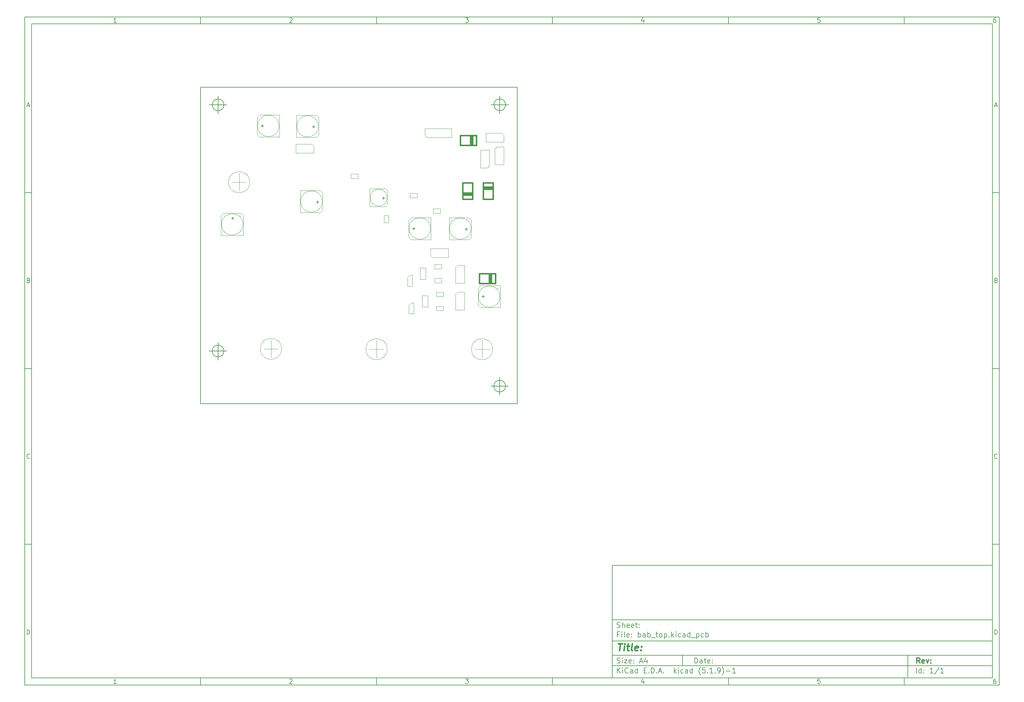
<source format=gbr>
G04 #@! TF.GenerationSoftware,KiCad,Pcbnew,(5.1.9)-1*
G04 #@! TF.CreationDate,2021-04-11T12:34:01+02:00*
G04 #@! TF.ProjectId,bab_top,6261625f-746f-4702-9e6b-696361645f70,rev?*
G04 #@! TF.SameCoordinates,Original*
G04 #@! TF.FileFunction,Other,Fab,Top*
%FSLAX46Y46*%
G04 Gerber Fmt 4.6, Leading zero omitted, Abs format (unit mm)*
G04 Created by KiCad (PCBNEW (5.1.9)-1) date 2021-04-11 12:34:01*
%MOMM*%
%LPD*%
G01*
G04 APERTURE LIST*
%ADD10C,0.100000*%
%ADD11C,0.150000*%
%ADD12C,0.300000*%
%ADD13C,0.400000*%
G04 #@! TA.AperFunction,Profile*
%ADD14C,0.150000*%
G04 #@! TD*
%ADD15C,0.381000*%
G04 APERTURE END LIST*
D10*
D11*
X177002200Y-166007200D02*
X177002200Y-198007200D01*
X285002200Y-198007200D01*
X285002200Y-166007200D01*
X177002200Y-166007200D01*
D10*
D11*
X10000000Y-10000000D02*
X10000000Y-200007200D01*
X287002200Y-200007200D01*
X287002200Y-10000000D01*
X10000000Y-10000000D01*
D10*
D11*
X12000000Y-12000000D02*
X12000000Y-198007200D01*
X285002200Y-198007200D01*
X285002200Y-12000000D01*
X12000000Y-12000000D01*
D10*
D11*
X60000000Y-12000000D02*
X60000000Y-10000000D01*
D10*
D11*
X110000000Y-12000000D02*
X110000000Y-10000000D01*
D10*
D11*
X160000000Y-12000000D02*
X160000000Y-10000000D01*
D10*
D11*
X210000000Y-12000000D02*
X210000000Y-10000000D01*
D10*
D11*
X260000000Y-12000000D02*
X260000000Y-10000000D01*
D10*
D11*
X36065476Y-11588095D02*
X35322619Y-11588095D01*
X35694047Y-11588095D02*
X35694047Y-10288095D01*
X35570238Y-10473809D01*
X35446428Y-10597619D01*
X35322619Y-10659523D01*
D10*
D11*
X85322619Y-10411904D02*
X85384523Y-10350000D01*
X85508333Y-10288095D01*
X85817857Y-10288095D01*
X85941666Y-10350000D01*
X86003571Y-10411904D01*
X86065476Y-10535714D01*
X86065476Y-10659523D01*
X86003571Y-10845238D01*
X85260714Y-11588095D01*
X86065476Y-11588095D01*
D10*
D11*
X135260714Y-10288095D02*
X136065476Y-10288095D01*
X135632142Y-10783333D01*
X135817857Y-10783333D01*
X135941666Y-10845238D01*
X136003571Y-10907142D01*
X136065476Y-11030952D01*
X136065476Y-11340476D01*
X136003571Y-11464285D01*
X135941666Y-11526190D01*
X135817857Y-11588095D01*
X135446428Y-11588095D01*
X135322619Y-11526190D01*
X135260714Y-11464285D01*
D10*
D11*
X185941666Y-10721428D02*
X185941666Y-11588095D01*
X185632142Y-10226190D02*
X185322619Y-11154761D01*
X186127380Y-11154761D01*
D10*
D11*
X236003571Y-10288095D02*
X235384523Y-10288095D01*
X235322619Y-10907142D01*
X235384523Y-10845238D01*
X235508333Y-10783333D01*
X235817857Y-10783333D01*
X235941666Y-10845238D01*
X236003571Y-10907142D01*
X236065476Y-11030952D01*
X236065476Y-11340476D01*
X236003571Y-11464285D01*
X235941666Y-11526190D01*
X235817857Y-11588095D01*
X235508333Y-11588095D01*
X235384523Y-11526190D01*
X235322619Y-11464285D01*
D10*
D11*
X285941666Y-10288095D02*
X285694047Y-10288095D01*
X285570238Y-10350000D01*
X285508333Y-10411904D01*
X285384523Y-10597619D01*
X285322619Y-10845238D01*
X285322619Y-11340476D01*
X285384523Y-11464285D01*
X285446428Y-11526190D01*
X285570238Y-11588095D01*
X285817857Y-11588095D01*
X285941666Y-11526190D01*
X286003571Y-11464285D01*
X286065476Y-11340476D01*
X286065476Y-11030952D01*
X286003571Y-10907142D01*
X285941666Y-10845238D01*
X285817857Y-10783333D01*
X285570238Y-10783333D01*
X285446428Y-10845238D01*
X285384523Y-10907142D01*
X285322619Y-11030952D01*
D10*
D11*
X60000000Y-198007200D02*
X60000000Y-200007200D01*
D10*
D11*
X110000000Y-198007200D02*
X110000000Y-200007200D01*
D10*
D11*
X160000000Y-198007200D02*
X160000000Y-200007200D01*
D10*
D11*
X210000000Y-198007200D02*
X210000000Y-200007200D01*
D10*
D11*
X260000000Y-198007200D02*
X260000000Y-200007200D01*
D10*
D11*
X36065476Y-199595295D02*
X35322619Y-199595295D01*
X35694047Y-199595295D02*
X35694047Y-198295295D01*
X35570238Y-198481009D01*
X35446428Y-198604819D01*
X35322619Y-198666723D01*
D10*
D11*
X85322619Y-198419104D02*
X85384523Y-198357200D01*
X85508333Y-198295295D01*
X85817857Y-198295295D01*
X85941666Y-198357200D01*
X86003571Y-198419104D01*
X86065476Y-198542914D01*
X86065476Y-198666723D01*
X86003571Y-198852438D01*
X85260714Y-199595295D01*
X86065476Y-199595295D01*
D10*
D11*
X135260714Y-198295295D02*
X136065476Y-198295295D01*
X135632142Y-198790533D01*
X135817857Y-198790533D01*
X135941666Y-198852438D01*
X136003571Y-198914342D01*
X136065476Y-199038152D01*
X136065476Y-199347676D01*
X136003571Y-199471485D01*
X135941666Y-199533390D01*
X135817857Y-199595295D01*
X135446428Y-199595295D01*
X135322619Y-199533390D01*
X135260714Y-199471485D01*
D10*
D11*
X185941666Y-198728628D02*
X185941666Y-199595295D01*
X185632142Y-198233390D02*
X185322619Y-199161961D01*
X186127380Y-199161961D01*
D10*
D11*
X236003571Y-198295295D02*
X235384523Y-198295295D01*
X235322619Y-198914342D01*
X235384523Y-198852438D01*
X235508333Y-198790533D01*
X235817857Y-198790533D01*
X235941666Y-198852438D01*
X236003571Y-198914342D01*
X236065476Y-199038152D01*
X236065476Y-199347676D01*
X236003571Y-199471485D01*
X235941666Y-199533390D01*
X235817857Y-199595295D01*
X235508333Y-199595295D01*
X235384523Y-199533390D01*
X235322619Y-199471485D01*
D10*
D11*
X285941666Y-198295295D02*
X285694047Y-198295295D01*
X285570238Y-198357200D01*
X285508333Y-198419104D01*
X285384523Y-198604819D01*
X285322619Y-198852438D01*
X285322619Y-199347676D01*
X285384523Y-199471485D01*
X285446428Y-199533390D01*
X285570238Y-199595295D01*
X285817857Y-199595295D01*
X285941666Y-199533390D01*
X286003571Y-199471485D01*
X286065476Y-199347676D01*
X286065476Y-199038152D01*
X286003571Y-198914342D01*
X285941666Y-198852438D01*
X285817857Y-198790533D01*
X285570238Y-198790533D01*
X285446428Y-198852438D01*
X285384523Y-198914342D01*
X285322619Y-199038152D01*
D10*
D11*
X10000000Y-60000000D02*
X12000000Y-60000000D01*
D10*
D11*
X10000000Y-110000000D02*
X12000000Y-110000000D01*
D10*
D11*
X10000000Y-160000000D02*
X12000000Y-160000000D01*
D10*
D11*
X10690476Y-35216666D02*
X11309523Y-35216666D01*
X10566666Y-35588095D02*
X11000000Y-34288095D01*
X11433333Y-35588095D01*
D10*
D11*
X11092857Y-84907142D02*
X11278571Y-84969047D01*
X11340476Y-85030952D01*
X11402380Y-85154761D01*
X11402380Y-85340476D01*
X11340476Y-85464285D01*
X11278571Y-85526190D01*
X11154761Y-85588095D01*
X10659523Y-85588095D01*
X10659523Y-84288095D01*
X11092857Y-84288095D01*
X11216666Y-84350000D01*
X11278571Y-84411904D01*
X11340476Y-84535714D01*
X11340476Y-84659523D01*
X11278571Y-84783333D01*
X11216666Y-84845238D01*
X11092857Y-84907142D01*
X10659523Y-84907142D01*
D10*
D11*
X11402380Y-135464285D02*
X11340476Y-135526190D01*
X11154761Y-135588095D01*
X11030952Y-135588095D01*
X10845238Y-135526190D01*
X10721428Y-135402380D01*
X10659523Y-135278571D01*
X10597619Y-135030952D01*
X10597619Y-134845238D01*
X10659523Y-134597619D01*
X10721428Y-134473809D01*
X10845238Y-134350000D01*
X11030952Y-134288095D01*
X11154761Y-134288095D01*
X11340476Y-134350000D01*
X11402380Y-134411904D01*
D10*
D11*
X10659523Y-185588095D02*
X10659523Y-184288095D01*
X10969047Y-184288095D01*
X11154761Y-184350000D01*
X11278571Y-184473809D01*
X11340476Y-184597619D01*
X11402380Y-184845238D01*
X11402380Y-185030952D01*
X11340476Y-185278571D01*
X11278571Y-185402380D01*
X11154761Y-185526190D01*
X10969047Y-185588095D01*
X10659523Y-185588095D01*
D10*
D11*
X287002200Y-60000000D02*
X285002200Y-60000000D01*
D10*
D11*
X287002200Y-110000000D02*
X285002200Y-110000000D01*
D10*
D11*
X287002200Y-160000000D02*
X285002200Y-160000000D01*
D10*
D11*
X285692676Y-35216666D02*
X286311723Y-35216666D01*
X285568866Y-35588095D02*
X286002200Y-34288095D01*
X286435533Y-35588095D01*
D10*
D11*
X286095057Y-84907142D02*
X286280771Y-84969047D01*
X286342676Y-85030952D01*
X286404580Y-85154761D01*
X286404580Y-85340476D01*
X286342676Y-85464285D01*
X286280771Y-85526190D01*
X286156961Y-85588095D01*
X285661723Y-85588095D01*
X285661723Y-84288095D01*
X286095057Y-84288095D01*
X286218866Y-84350000D01*
X286280771Y-84411904D01*
X286342676Y-84535714D01*
X286342676Y-84659523D01*
X286280771Y-84783333D01*
X286218866Y-84845238D01*
X286095057Y-84907142D01*
X285661723Y-84907142D01*
D10*
D11*
X286404580Y-135464285D02*
X286342676Y-135526190D01*
X286156961Y-135588095D01*
X286033152Y-135588095D01*
X285847438Y-135526190D01*
X285723628Y-135402380D01*
X285661723Y-135278571D01*
X285599819Y-135030952D01*
X285599819Y-134845238D01*
X285661723Y-134597619D01*
X285723628Y-134473809D01*
X285847438Y-134350000D01*
X286033152Y-134288095D01*
X286156961Y-134288095D01*
X286342676Y-134350000D01*
X286404580Y-134411904D01*
D10*
D11*
X285661723Y-185588095D02*
X285661723Y-184288095D01*
X285971247Y-184288095D01*
X286156961Y-184350000D01*
X286280771Y-184473809D01*
X286342676Y-184597619D01*
X286404580Y-184845238D01*
X286404580Y-185030952D01*
X286342676Y-185278571D01*
X286280771Y-185402380D01*
X286156961Y-185526190D01*
X285971247Y-185588095D01*
X285661723Y-185588095D01*
D10*
D11*
X200434342Y-193785771D02*
X200434342Y-192285771D01*
X200791485Y-192285771D01*
X201005771Y-192357200D01*
X201148628Y-192500057D01*
X201220057Y-192642914D01*
X201291485Y-192928628D01*
X201291485Y-193142914D01*
X201220057Y-193428628D01*
X201148628Y-193571485D01*
X201005771Y-193714342D01*
X200791485Y-193785771D01*
X200434342Y-193785771D01*
X202577200Y-193785771D02*
X202577200Y-193000057D01*
X202505771Y-192857200D01*
X202362914Y-192785771D01*
X202077200Y-192785771D01*
X201934342Y-192857200D01*
X202577200Y-193714342D02*
X202434342Y-193785771D01*
X202077200Y-193785771D01*
X201934342Y-193714342D01*
X201862914Y-193571485D01*
X201862914Y-193428628D01*
X201934342Y-193285771D01*
X202077200Y-193214342D01*
X202434342Y-193214342D01*
X202577200Y-193142914D01*
X203077200Y-192785771D02*
X203648628Y-192785771D01*
X203291485Y-192285771D02*
X203291485Y-193571485D01*
X203362914Y-193714342D01*
X203505771Y-193785771D01*
X203648628Y-193785771D01*
X204720057Y-193714342D02*
X204577200Y-193785771D01*
X204291485Y-193785771D01*
X204148628Y-193714342D01*
X204077200Y-193571485D01*
X204077200Y-193000057D01*
X204148628Y-192857200D01*
X204291485Y-192785771D01*
X204577200Y-192785771D01*
X204720057Y-192857200D01*
X204791485Y-193000057D01*
X204791485Y-193142914D01*
X204077200Y-193285771D01*
X205434342Y-193642914D02*
X205505771Y-193714342D01*
X205434342Y-193785771D01*
X205362914Y-193714342D01*
X205434342Y-193642914D01*
X205434342Y-193785771D01*
X205434342Y-192857200D02*
X205505771Y-192928628D01*
X205434342Y-193000057D01*
X205362914Y-192928628D01*
X205434342Y-192857200D01*
X205434342Y-193000057D01*
D10*
D11*
X177002200Y-194507200D02*
X285002200Y-194507200D01*
D10*
D11*
X178434342Y-196585771D02*
X178434342Y-195085771D01*
X179291485Y-196585771D02*
X178648628Y-195728628D01*
X179291485Y-195085771D02*
X178434342Y-195942914D01*
X179934342Y-196585771D02*
X179934342Y-195585771D01*
X179934342Y-195085771D02*
X179862914Y-195157200D01*
X179934342Y-195228628D01*
X180005771Y-195157200D01*
X179934342Y-195085771D01*
X179934342Y-195228628D01*
X181505771Y-196442914D02*
X181434342Y-196514342D01*
X181220057Y-196585771D01*
X181077200Y-196585771D01*
X180862914Y-196514342D01*
X180720057Y-196371485D01*
X180648628Y-196228628D01*
X180577200Y-195942914D01*
X180577200Y-195728628D01*
X180648628Y-195442914D01*
X180720057Y-195300057D01*
X180862914Y-195157200D01*
X181077200Y-195085771D01*
X181220057Y-195085771D01*
X181434342Y-195157200D01*
X181505771Y-195228628D01*
X182791485Y-196585771D02*
X182791485Y-195800057D01*
X182720057Y-195657200D01*
X182577200Y-195585771D01*
X182291485Y-195585771D01*
X182148628Y-195657200D01*
X182791485Y-196514342D02*
X182648628Y-196585771D01*
X182291485Y-196585771D01*
X182148628Y-196514342D01*
X182077200Y-196371485D01*
X182077200Y-196228628D01*
X182148628Y-196085771D01*
X182291485Y-196014342D01*
X182648628Y-196014342D01*
X182791485Y-195942914D01*
X184148628Y-196585771D02*
X184148628Y-195085771D01*
X184148628Y-196514342D02*
X184005771Y-196585771D01*
X183720057Y-196585771D01*
X183577200Y-196514342D01*
X183505771Y-196442914D01*
X183434342Y-196300057D01*
X183434342Y-195871485D01*
X183505771Y-195728628D01*
X183577200Y-195657200D01*
X183720057Y-195585771D01*
X184005771Y-195585771D01*
X184148628Y-195657200D01*
X186005771Y-195800057D02*
X186505771Y-195800057D01*
X186720057Y-196585771D02*
X186005771Y-196585771D01*
X186005771Y-195085771D01*
X186720057Y-195085771D01*
X187362914Y-196442914D02*
X187434342Y-196514342D01*
X187362914Y-196585771D01*
X187291485Y-196514342D01*
X187362914Y-196442914D01*
X187362914Y-196585771D01*
X188077200Y-196585771D02*
X188077200Y-195085771D01*
X188434342Y-195085771D01*
X188648628Y-195157200D01*
X188791485Y-195300057D01*
X188862914Y-195442914D01*
X188934342Y-195728628D01*
X188934342Y-195942914D01*
X188862914Y-196228628D01*
X188791485Y-196371485D01*
X188648628Y-196514342D01*
X188434342Y-196585771D01*
X188077200Y-196585771D01*
X189577200Y-196442914D02*
X189648628Y-196514342D01*
X189577200Y-196585771D01*
X189505771Y-196514342D01*
X189577200Y-196442914D01*
X189577200Y-196585771D01*
X190220057Y-196157200D02*
X190934342Y-196157200D01*
X190077200Y-196585771D02*
X190577200Y-195085771D01*
X191077200Y-196585771D01*
X191577200Y-196442914D02*
X191648628Y-196514342D01*
X191577200Y-196585771D01*
X191505771Y-196514342D01*
X191577200Y-196442914D01*
X191577200Y-196585771D01*
X194577200Y-196585771D02*
X194577200Y-195085771D01*
X194720057Y-196014342D02*
X195148628Y-196585771D01*
X195148628Y-195585771D02*
X194577200Y-196157200D01*
X195791485Y-196585771D02*
X195791485Y-195585771D01*
X195791485Y-195085771D02*
X195720057Y-195157200D01*
X195791485Y-195228628D01*
X195862914Y-195157200D01*
X195791485Y-195085771D01*
X195791485Y-195228628D01*
X197148628Y-196514342D02*
X197005771Y-196585771D01*
X196720057Y-196585771D01*
X196577200Y-196514342D01*
X196505771Y-196442914D01*
X196434342Y-196300057D01*
X196434342Y-195871485D01*
X196505771Y-195728628D01*
X196577200Y-195657200D01*
X196720057Y-195585771D01*
X197005771Y-195585771D01*
X197148628Y-195657200D01*
X198434342Y-196585771D02*
X198434342Y-195800057D01*
X198362914Y-195657200D01*
X198220057Y-195585771D01*
X197934342Y-195585771D01*
X197791485Y-195657200D01*
X198434342Y-196514342D02*
X198291485Y-196585771D01*
X197934342Y-196585771D01*
X197791485Y-196514342D01*
X197720057Y-196371485D01*
X197720057Y-196228628D01*
X197791485Y-196085771D01*
X197934342Y-196014342D01*
X198291485Y-196014342D01*
X198434342Y-195942914D01*
X199791485Y-196585771D02*
X199791485Y-195085771D01*
X199791485Y-196514342D02*
X199648628Y-196585771D01*
X199362914Y-196585771D01*
X199220057Y-196514342D01*
X199148628Y-196442914D01*
X199077200Y-196300057D01*
X199077200Y-195871485D01*
X199148628Y-195728628D01*
X199220057Y-195657200D01*
X199362914Y-195585771D01*
X199648628Y-195585771D01*
X199791485Y-195657200D01*
X202077200Y-197157200D02*
X202005771Y-197085771D01*
X201862914Y-196871485D01*
X201791485Y-196728628D01*
X201720057Y-196514342D01*
X201648628Y-196157200D01*
X201648628Y-195871485D01*
X201720057Y-195514342D01*
X201791485Y-195300057D01*
X201862914Y-195157200D01*
X202005771Y-194942914D01*
X202077200Y-194871485D01*
X203362914Y-195085771D02*
X202648628Y-195085771D01*
X202577200Y-195800057D01*
X202648628Y-195728628D01*
X202791485Y-195657200D01*
X203148628Y-195657200D01*
X203291485Y-195728628D01*
X203362914Y-195800057D01*
X203434342Y-195942914D01*
X203434342Y-196300057D01*
X203362914Y-196442914D01*
X203291485Y-196514342D01*
X203148628Y-196585771D01*
X202791485Y-196585771D01*
X202648628Y-196514342D01*
X202577200Y-196442914D01*
X204077200Y-196442914D02*
X204148628Y-196514342D01*
X204077200Y-196585771D01*
X204005771Y-196514342D01*
X204077200Y-196442914D01*
X204077200Y-196585771D01*
X205577200Y-196585771D02*
X204720057Y-196585771D01*
X205148628Y-196585771D02*
X205148628Y-195085771D01*
X205005771Y-195300057D01*
X204862914Y-195442914D01*
X204720057Y-195514342D01*
X206220057Y-196442914D02*
X206291485Y-196514342D01*
X206220057Y-196585771D01*
X206148628Y-196514342D01*
X206220057Y-196442914D01*
X206220057Y-196585771D01*
X207005771Y-196585771D02*
X207291485Y-196585771D01*
X207434342Y-196514342D01*
X207505771Y-196442914D01*
X207648628Y-196228628D01*
X207720057Y-195942914D01*
X207720057Y-195371485D01*
X207648628Y-195228628D01*
X207577200Y-195157200D01*
X207434342Y-195085771D01*
X207148628Y-195085771D01*
X207005771Y-195157200D01*
X206934342Y-195228628D01*
X206862914Y-195371485D01*
X206862914Y-195728628D01*
X206934342Y-195871485D01*
X207005771Y-195942914D01*
X207148628Y-196014342D01*
X207434342Y-196014342D01*
X207577200Y-195942914D01*
X207648628Y-195871485D01*
X207720057Y-195728628D01*
X208220057Y-197157200D02*
X208291485Y-197085771D01*
X208434342Y-196871485D01*
X208505771Y-196728628D01*
X208577200Y-196514342D01*
X208648628Y-196157200D01*
X208648628Y-195871485D01*
X208577200Y-195514342D01*
X208505771Y-195300057D01*
X208434342Y-195157200D01*
X208291485Y-194942914D01*
X208220057Y-194871485D01*
X209362914Y-196014342D02*
X210505771Y-196014342D01*
X212005771Y-196585771D02*
X211148628Y-196585771D01*
X211577200Y-196585771D02*
X211577200Y-195085771D01*
X211434342Y-195300057D01*
X211291485Y-195442914D01*
X211148628Y-195514342D01*
D10*
D11*
X177002200Y-191507200D02*
X285002200Y-191507200D01*
D10*
D12*
X264411485Y-193785771D02*
X263911485Y-193071485D01*
X263554342Y-193785771D02*
X263554342Y-192285771D01*
X264125771Y-192285771D01*
X264268628Y-192357200D01*
X264340057Y-192428628D01*
X264411485Y-192571485D01*
X264411485Y-192785771D01*
X264340057Y-192928628D01*
X264268628Y-193000057D01*
X264125771Y-193071485D01*
X263554342Y-193071485D01*
X265625771Y-193714342D02*
X265482914Y-193785771D01*
X265197200Y-193785771D01*
X265054342Y-193714342D01*
X264982914Y-193571485D01*
X264982914Y-193000057D01*
X265054342Y-192857200D01*
X265197200Y-192785771D01*
X265482914Y-192785771D01*
X265625771Y-192857200D01*
X265697200Y-193000057D01*
X265697200Y-193142914D01*
X264982914Y-193285771D01*
X266197200Y-192785771D02*
X266554342Y-193785771D01*
X266911485Y-192785771D01*
X267482914Y-193642914D02*
X267554342Y-193714342D01*
X267482914Y-193785771D01*
X267411485Y-193714342D01*
X267482914Y-193642914D01*
X267482914Y-193785771D01*
X267482914Y-192857200D02*
X267554342Y-192928628D01*
X267482914Y-193000057D01*
X267411485Y-192928628D01*
X267482914Y-192857200D01*
X267482914Y-193000057D01*
D10*
D11*
X178362914Y-193714342D02*
X178577200Y-193785771D01*
X178934342Y-193785771D01*
X179077200Y-193714342D01*
X179148628Y-193642914D01*
X179220057Y-193500057D01*
X179220057Y-193357200D01*
X179148628Y-193214342D01*
X179077200Y-193142914D01*
X178934342Y-193071485D01*
X178648628Y-193000057D01*
X178505771Y-192928628D01*
X178434342Y-192857200D01*
X178362914Y-192714342D01*
X178362914Y-192571485D01*
X178434342Y-192428628D01*
X178505771Y-192357200D01*
X178648628Y-192285771D01*
X179005771Y-192285771D01*
X179220057Y-192357200D01*
X179862914Y-193785771D02*
X179862914Y-192785771D01*
X179862914Y-192285771D02*
X179791485Y-192357200D01*
X179862914Y-192428628D01*
X179934342Y-192357200D01*
X179862914Y-192285771D01*
X179862914Y-192428628D01*
X180434342Y-192785771D02*
X181220057Y-192785771D01*
X180434342Y-193785771D01*
X181220057Y-193785771D01*
X182362914Y-193714342D02*
X182220057Y-193785771D01*
X181934342Y-193785771D01*
X181791485Y-193714342D01*
X181720057Y-193571485D01*
X181720057Y-193000057D01*
X181791485Y-192857200D01*
X181934342Y-192785771D01*
X182220057Y-192785771D01*
X182362914Y-192857200D01*
X182434342Y-193000057D01*
X182434342Y-193142914D01*
X181720057Y-193285771D01*
X183077200Y-193642914D02*
X183148628Y-193714342D01*
X183077200Y-193785771D01*
X183005771Y-193714342D01*
X183077200Y-193642914D01*
X183077200Y-193785771D01*
X183077200Y-192857200D02*
X183148628Y-192928628D01*
X183077200Y-193000057D01*
X183005771Y-192928628D01*
X183077200Y-192857200D01*
X183077200Y-193000057D01*
X184862914Y-193357200D02*
X185577200Y-193357200D01*
X184720057Y-193785771D02*
X185220057Y-192285771D01*
X185720057Y-193785771D01*
X186862914Y-192785771D02*
X186862914Y-193785771D01*
X186505771Y-192214342D02*
X186148628Y-193285771D01*
X187077200Y-193285771D01*
D10*
D11*
X263434342Y-196585771D02*
X263434342Y-195085771D01*
X264791485Y-196585771D02*
X264791485Y-195085771D01*
X264791485Y-196514342D02*
X264648628Y-196585771D01*
X264362914Y-196585771D01*
X264220057Y-196514342D01*
X264148628Y-196442914D01*
X264077200Y-196300057D01*
X264077200Y-195871485D01*
X264148628Y-195728628D01*
X264220057Y-195657200D01*
X264362914Y-195585771D01*
X264648628Y-195585771D01*
X264791485Y-195657200D01*
X265505771Y-196442914D02*
X265577200Y-196514342D01*
X265505771Y-196585771D01*
X265434342Y-196514342D01*
X265505771Y-196442914D01*
X265505771Y-196585771D01*
X265505771Y-195657200D02*
X265577200Y-195728628D01*
X265505771Y-195800057D01*
X265434342Y-195728628D01*
X265505771Y-195657200D01*
X265505771Y-195800057D01*
X268148628Y-196585771D02*
X267291485Y-196585771D01*
X267720057Y-196585771D02*
X267720057Y-195085771D01*
X267577200Y-195300057D01*
X267434342Y-195442914D01*
X267291485Y-195514342D01*
X269862914Y-195014342D02*
X268577200Y-196942914D01*
X271148628Y-196585771D02*
X270291485Y-196585771D01*
X270720057Y-196585771D02*
X270720057Y-195085771D01*
X270577200Y-195300057D01*
X270434342Y-195442914D01*
X270291485Y-195514342D01*
D10*
D11*
X177002200Y-187507200D02*
X285002200Y-187507200D01*
D10*
D13*
X178714580Y-188211961D02*
X179857438Y-188211961D01*
X179036009Y-190211961D02*
X179286009Y-188211961D01*
X180274104Y-190211961D02*
X180440771Y-188878628D01*
X180524104Y-188211961D02*
X180416961Y-188307200D01*
X180500295Y-188402438D01*
X180607438Y-188307200D01*
X180524104Y-188211961D01*
X180500295Y-188402438D01*
X181107438Y-188878628D02*
X181869342Y-188878628D01*
X181476485Y-188211961D02*
X181262200Y-189926247D01*
X181333628Y-190116723D01*
X181512200Y-190211961D01*
X181702676Y-190211961D01*
X182655057Y-190211961D02*
X182476485Y-190116723D01*
X182405057Y-189926247D01*
X182619342Y-188211961D01*
X184190771Y-190116723D02*
X183988390Y-190211961D01*
X183607438Y-190211961D01*
X183428866Y-190116723D01*
X183357438Y-189926247D01*
X183452676Y-189164342D01*
X183571723Y-188973866D01*
X183774104Y-188878628D01*
X184155057Y-188878628D01*
X184333628Y-188973866D01*
X184405057Y-189164342D01*
X184381247Y-189354819D01*
X183405057Y-189545295D01*
X185155057Y-190021485D02*
X185238390Y-190116723D01*
X185131247Y-190211961D01*
X185047914Y-190116723D01*
X185155057Y-190021485D01*
X185131247Y-190211961D01*
X185286009Y-188973866D02*
X185369342Y-189069104D01*
X185262200Y-189164342D01*
X185178866Y-189069104D01*
X185286009Y-188973866D01*
X185262200Y-189164342D01*
D10*
D11*
X178934342Y-185600057D02*
X178434342Y-185600057D01*
X178434342Y-186385771D02*
X178434342Y-184885771D01*
X179148628Y-184885771D01*
X179720057Y-186385771D02*
X179720057Y-185385771D01*
X179720057Y-184885771D02*
X179648628Y-184957200D01*
X179720057Y-185028628D01*
X179791485Y-184957200D01*
X179720057Y-184885771D01*
X179720057Y-185028628D01*
X180648628Y-186385771D02*
X180505771Y-186314342D01*
X180434342Y-186171485D01*
X180434342Y-184885771D01*
X181791485Y-186314342D02*
X181648628Y-186385771D01*
X181362914Y-186385771D01*
X181220057Y-186314342D01*
X181148628Y-186171485D01*
X181148628Y-185600057D01*
X181220057Y-185457200D01*
X181362914Y-185385771D01*
X181648628Y-185385771D01*
X181791485Y-185457200D01*
X181862914Y-185600057D01*
X181862914Y-185742914D01*
X181148628Y-185885771D01*
X182505771Y-186242914D02*
X182577200Y-186314342D01*
X182505771Y-186385771D01*
X182434342Y-186314342D01*
X182505771Y-186242914D01*
X182505771Y-186385771D01*
X182505771Y-185457200D02*
X182577200Y-185528628D01*
X182505771Y-185600057D01*
X182434342Y-185528628D01*
X182505771Y-185457200D01*
X182505771Y-185600057D01*
X184362914Y-186385771D02*
X184362914Y-184885771D01*
X184362914Y-185457200D02*
X184505771Y-185385771D01*
X184791485Y-185385771D01*
X184934342Y-185457200D01*
X185005771Y-185528628D01*
X185077200Y-185671485D01*
X185077200Y-186100057D01*
X185005771Y-186242914D01*
X184934342Y-186314342D01*
X184791485Y-186385771D01*
X184505771Y-186385771D01*
X184362914Y-186314342D01*
X186362914Y-186385771D02*
X186362914Y-185600057D01*
X186291485Y-185457200D01*
X186148628Y-185385771D01*
X185862914Y-185385771D01*
X185720057Y-185457200D01*
X186362914Y-186314342D02*
X186220057Y-186385771D01*
X185862914Y-186385771D01*
X185720057Y-186314342D01*
X185648628Y-186171485D01*
X185648628Y-186028628D01*
X185720057Y-185885771D01*
X185862914Y-185814342D01*
X186220057Y-185814342D01*
X186362914Y-185742914D01*
X187077200Y-186385771D02*
X187077200Y-184885771D01*
X187077200Y-185457200D02*
X187220057Y-185385771D01*
X187505771Y-185385771D01*
X187648628Y-185457200D01*
X187720057Y-185528628D01*
X187791485Y-185671485D01*
X187791485Y-186100057D01*
X187720057Y-186242914D01*
X187648628Y-186314342D01*
X187505771Y-186385771D01*
X187220057Y-186385771D01*
X187077200Y-186314342D01*
X188077200Y-186528628D02*
X189220057Y-186528628D01*
X189362914Y-185385771D02*
X189934342Y-185385771D01*
X189577200Y-184885771D02*
X189577200Y-186171485D01*
X189648628Y-186314342D01*
X189791485Y-186385771D01*
X189934342Y-186385771D01*
X190648628Y-186385771D02*
X190505771Y-186314342D01*
X190434342Y-186242914D01*
X190362914Y-186100057D01*
X190362914Y-185671485D01*
X190434342Y-185528628D01*
X190505771Y-185457200D01*
X190648628Y-185385771D01*
X190862914Y-185385771D01*
X191005771Y-185457200D01*
X191077200Y-185528628D01*
X191148628Y-185671485D01*
X191148628Y-186100057D01*
X191077200Y-186242914D01*
X191005771Y-186314342D01*
X190862914Y-186385771D01*
X190648628Y-186385771D01*
X191791485Y-185385771D02*
X191791485Y-186885771D01*
X191791485Y-185457200D02*
X191934342Y-185385771D01*
X192220057Y-185385771D01*
X192362914Y-185457200D01*
X192434342Y-185528628D01*
X192505771Y-185671485D01*
X192505771Y-186100057D01*
X192434342Y-186242914D01*
X192362914Y-186314342D01*
X192220057Y-186385771D01*
X191934342Y-186385771D01*
X191791485Y-186314342D01*
X193148628Y-186242914D02*
X193220057Y-186314342D01*
X193148628Y-186385771D01*
X193077200Y-186314342D01*
X193148628Y-186242914D01*
X193148628Y-186385771D01*
X193862914Y-186385771D02*
X193862914Y-184885771D01*
X194005771Y-185814342D02*
X194434342Y-186385771D01*
X194434342Y-185385771D02*
X193862914Y-185957200D01*
X195077200Y-186385771D02*
X195077200Y-185385771D01*
X195077200Y-184885771D02*
X195005771Y-184957200D01*
X195077200Y-185028628D01*
X195148628Y-184957200D01*
X195077200Y-184885771D01*
X195077200Y-185028628D01*
X196434342Y-186314342D02*
X196291485Y-186385771D01*
X196005771Y-186385771D01*
X195862914Y-186314342D01*
X195791485Y-186242914D01*
X195720057Y-186100057D01*
X195720057Y-185671485D01*
X195791485Y-185528628D01*
X195862914Y-185457200D01*
X196005771Y-185385771D01*
X196291485Y-185385771D01*
X196434342Y-185457200D01*
X197720057Y-186385771D02*
X197720057Y-185600057D01*
X197648628Y-185457200D01*
X197505771Y-185385771D01*
X197220057Y-185385771D01*
X197077200Y-185457200D01*
X197720057Y-186314342D02*
X197577200Y-186385771D01*
X197220057Y-186385771D01*
X197077200Y-186314342D01*
X197005771Y-186171485D01*
X197005771Y-186028628D01*
X197077200Y-185885771D01*
X197220057Y-185814342D01*
X197577200Y-185814342D01*
X197720057Y-185742914D01*
X199077200Y-186385771D02*
X199077200Y-184885771D01*
X199077200Y-186314342D02*
X198934342Y-186385771D01*
X198648628Y-186385771D01*
X198505771Y-186314342D01*
X198434342Y-186242914D01*
X198362914Y-186100057D01*
X198362914Y-185671485D01*
X198434342Y-185528628D01*
X198505771Y-185457200D01*
X198648628Y-185385771D01*
X198934342Y-185385771D01*
X199077200Y-185457200D01*
X199434342Y-186528628D02*
X200577200Y-186528628D01*
X200934342Y-185385771D02*
X200934342Y-186885771D01*
X200934342Y-185457200D02*
X201077200Y-185385771D01*
X201362914Y-185385771D01*
X201505771Y-185457200D01*
X201577200Y-185528628D01*
X201648628Y-185671485D01*
X201648628Y-186100057D01*
X201577200Y-186242914D01*
X201505771Y-186314342D01*
X201362914Y-186385771D01*
X201077200Y-186385771D01*
X200934342Y-186314342D01*
X202934342Y-186314342D02*
X202791485Y-186385771D01*
X202505771Y-186385771D01*
X202362914Y-186314342D01*
X202291485Y-186242914D01*
X202220057Y-186100057D01*
X202220057Y-185671485D01*
X202291485Y-185528628D01*
X202362914Y-185457200D01*
X202505771Y-185385771D01*
X202791485Y-185385771D01*
X202934342Y-185457200D01*
X203577200Y-186385771D02*
X203577200Y-184885771D01*
X203577200Y-185457200D02*
X203720057Y-185385771D01*
X204005771Y-185385771D01*
X204148628Y-185457200D01*
X204220057Y-185528628D01*
X204291485Y-185671485D01*
X204291485Y-186100057D01*
X204220057Y-186242914D01*
X204148628Y-186314342D01*
X204005771Y-186385771D01*
X203720057Y-186385771D01*
X203577200Y-186314342D01*
D10*
D11*
X177002200Y-181507200D02*
X285002200Y-181507200D01*
D10*
D11*
X178362914Y-183614342D02*
X178577200Y-183685771D01*
X178934342Y-183685771D01*
X179077200Y-183614342D01*
X179148628Y-183542914D01*
X179220057Y-183400057D01*
X179220057Y-183257200D01*
X179148628Y-183114342D01*
X179077200Y-183042914D01*
X178934342Y-182971485D01*
X178648628Y-182900057D01*
X178505771Y-182828628D01*
X178434342Y-182757200D01*
X178362914Y-182614342D01*
X178362914Y-182471485D01*
X178434342Y-182328628D01*
X178505771Y-182257200D01*
X178648628Y-182185771D01*
X179005771Y-182185771D01*
X179220057Y-182257200D01*
X179862914Y-183685771D02*
X179862914Y-182185771D01*
X180505771Y-183685771D02*
X180505771Y-182900057D01*
X180434342Y-182757200D01*
X180291485Y-182685771D01*
X180077200Y-182685771D01*
X179934342Y-182757200D01*
X179862914Y-182828628D01*
X181791485Y-183614342D02*
X181648628Y-183685771D01*
X181362914Y-183685771D01*
X181220057Y-183614342D01*
X181148628Y-183471485D01*
X181148628Y-182900057D01*
X181220057Y-182757200D01*
X181362914Y-182685771D01*
X181648628Y-182685771D01*
X181791485Y-182757200D01*
X181862914Y-182900057D01*
X181862914Y-183042914D01*
X181148628Y-183185771D01*
X183077200Y-183614342D02*
X182934342Y-183685771D01*
X182648628Y-183685771D01*
X182505771Y-183614342D01*
X182434342Y-183471485D01*
X182434342Y-182900057D01*
X182505771Y-182757200D01*
X182648628Y-182685771D01*
X182934342Y-182685771D01*
X183077200Y-182757200D01*
X183148628Y-182900057D01*
X183148628Y-183042914D01*
X182434342Y-183185771D01*
X183577200Y-182685771D02*
X184148628Y-182685771D01*
X183791485Y-182185771D02*
X183791485Y-183471485D01*
X183862914Y-183614342D01*
X184005771Y-183685771D01*
X184148628Y-183685771D01*
X184648628Y-183542914D02*
X184720057Y-183614342D01*
X184648628Y-183685771D01*
X184577200Y-183614342D01*
X184648628Y-183542914D01*
X184648628Y-183685771D01*
X184648628Y-182757200D02*
X184720057Y-182828628D01*
X184648628Y-182900057D01*
X184577200Y-182828628D01*
X184648628Y-182757200D01*
X184648628Y-182900057D01*
D10*
D11*
X197002200Y-191507200D02*
X197002200Y-194507200D01*
D10*
D11*
X261002200Y-191507200D02*
X261002200Y-198007200D01*
D14*
X150000000Y-30000000D02*
X150000000Y-120000000D01*
X60000000Y-30000000D02*
X60000000Y-120000000D01*
X150000000Y-30000000D02*
X60000000Y-30000000D01*
X60000000Y-120000000D02*
X150000000Y-120000000D01*
X146666666Y-115000000D02*
G75*
G03*
X146666666Y-115000000I-1666666J0D01*
G01*
X142500000Y-115000000D02*
X147500000Y-115000000D01*
X145000000Y-112500000D02*
X145000000Y-117500000D01*
X66633903Y-35008759D02*
G75*
G03*
X66633903Y-35008759I-1666666J0D01*
G01*
X62467237Y-35008759D02*
X67467237Y-35008759D01*
X64967237Y-32508759D02*
X64967237Y-37508759D01*
X66605474Y-105026938D02*
G75*
G03*
X66605474Y-105026938I-1666666J0D01*
G01*
X62438808Y-105026938D02*
X67438808Y-105026938D01*
X64938808Y-102526938D02*
X64938808Y-107526938D01*
X146666666Y-34989010D02*
G75*
G03*
X146666666Y-34989010I-1666666J0D01*
G01*
X142500000Y-34989010D02*
X147500000Y-34989010D01*
X145000000Y-32489010D02*
X145000000Y-37489010D01*
D10*
X88350000Y-65650000D02*
X93980000Y-65650000D01*
X93980000Y-65650000D02*
X94650000Y-64980000D01*
X94650000Y-64980000D02*
X94650000Y-60020000D01*
X94650000Y-60020000D02*
X93980000Y-59350000D01*
X93980000Y-59350000D02*
X88350000Y-59350000D01*
X88350000Y-59350000D02*
X88350000Y-65650000D01*
X94541381Y-62500000D02*
G75*
G03*
X94541381Y-62500000I-3041381J0D01*
G01*
D15*
X143801240Y-85799540D02*
X143801240Y-83000460D01*
X139198760Y-85799540D02*
X143801240Y-85799540D01*
X139198760Y-83000460D02*
X139198760Y-85799540D01*
X143801240Y-83000460D02*
X139198760Y-83000460D01*
X142650620Y-83000460D02*
X142650620Y-85748740D01*
X142350900Y-83051260D02*
X142350900Y-85700480D01*
X142051180Y-83000460D02*
X142051180Y-85700480D01*
D10*
X70950000Y-59500000D02*
X70950000Y-54500000D01*
X72950000Y-57000000D02*
X68950000Y-57000000D01*
X73950000Y-57000000D02*
G75*
G03*
X73950000Y-57000000I-3000000J0D01*
G01*
X104750000Y-55870000D02*
X102750000Y-55870000D01*
X102750000Y-55870000D02*
X102750000Y-54630000D01*
X102750000Y-54630000D02*
X104750000Y-54630000D01*
X104750000Y-54630000D02*
X104750000Y-55870000D01*
X112130000Y-68500000D02*
X112130000Y-66500000D01*
X112130000Y-66500000D02*
X113370000Y-66500000D01*
X113370000Y-66500000D02*
X113370000Y-68500000D01*
X113370000Y-68500000D02*
X112130000Y-68500000D01*
X140000000Y-107000000D02*
X140000000Y-102000000D01*
X142000000Y-104500000D02*
X138000000Y-104500000D01*
X143000000Y-104500000D02*
G75*
G03*
X143000000Y-104500000I-3000000J0D01*
G01*
X110000000Y-107000000D02*
X110000000Y-102000000D01*
X112000000Y-104500000D02*
X108000000Y-104500000D01*
X113000000Y-104500000D02*
G75*
G03*
X113000000Y-104500000I-3000000J0D01*
G01*
X80000000Y-106900000D02*
X80000000Y-101900000D01*
X82000000Y-104400000D02*
X78000000Y-104400000D01*
X83000000Y-104400000D02*
G75*
G03*
X83000000Y-104400000I-3000000J0D01*
G01*
X124365000Y-44270000D02*
X123730000Y-43635000D01*
X131350000Y-44270000D02*
X124365000Y-44270000D01*
X131350000Y-41730000D02*
X131350000Y-44270000D01*
X123730000Y-41730000D02*
X131350000Y-41730000D01*
X123730000Y-43635000D02*
X123730000Y-41730000D01*
X123000000Y-89300000D02*
X124600000Y-89300000D01*
X123000000Y-92500000D02*
X123000000Y-89300000D01*
X124600000Y-92500000D02*
X123000000Y-92500000D01*
X124600000Y-89300000D02*
X124600000Y-92500000D01*
X129000000Y-89520000D02*
X127000000Y-89520000D01*
X127000000Y-89520000D02*
X127000000Y-88280000D01*
X127000000Y-88280000D02*
X129000000Y-88280000D01*
X129000000Y-88280000D02*
X129000000Y-89520000D01*
X124000000Y-81400000D02*
X124000000Y-84600000D01*
X124000000Y-84600000D02*
X122400000Y-84600000D01*
X122400000Y-84600000D02*
X122400000Y-81400000D01*
X122400000Y-81400000D02*
X124000000Y-81400000D01*
X128500000Y-80380000D02*
X128500000Y-81620000D01*
X126500000Y-80380000D02*
X128500000Y-80380000D01*
X126500000Y-81620000D02*
X126500000Y-80380000D01*
X128500000Y-81620000D02*
X126500000Y-81620000D01*
X145066382Y-89525001D02*
G75*
G03*
X145066382Y-89525001I-3041381J0D01*
G01*
X145175001Y-92675001D02*
X145175001Y-86375001D01*
X139545001Y-92675001D02*
X145175001Y-92675001D01*
X138875001Y-92005001D02*
X139545001Y-92675001D01*
X138875001Y-87045001D02*
X138875001Y-92005001D01*
X139545001Y-86375001D02*
X138875001Y-87045001D01*
X145175001Y-86375001D02*
X139545001Y-86375001D01*
X133065000Y-88230000D02*
X134970000Y-88230000D01*
X134970000Y-88230000D02*
X134970000Y-93310000D01*
X134970000Y-93310000D02*
X132430000Y-93310000D01*
X132430000Y-93310000D02*
X132430000Y-88865000D01*
X132430000Y-88865000D02*
X133065000Y-88230000D01*
X132430000Y-81265000D02*
X133065000Y-80630000D01*
X132430000Y-85710000D02*
X132430000Y-81265000D01*
X134970000Y-85710000D02*
X132430000Y-85710000D01*
X134970000Y-80630000D02*
X134970000Y-85710000D01*
X133065000Y-80630000D02*
X134970000Y-80630000D01*
X119200000Y-91950000D02*
X119200000Y-94400000D01*
X119750000Y-91380000D02*
X120600000Y-91380000D01*
X119200000Y-91950000D02*
X119750000Y-91380000D01*
X120600000Y-91380000D02*
X120600000Y-94420000D01*
X119200000Y-94420000D02*
X120600000Y-94420000D01*
X118800000Y-86520000D02*
X120200000Y-86520000D01*
X120200000Y-83480000D02*
X120200000Y-86520000D01*
X118800000Y-84050000D02*
X119350000Y-83480000D01*
X119350000Y-83480000D02*
X120200000Y-83480000D01*
X118800000Y-84050000D02*
X118800000Y-86500000D01*
X82291381Y-41000000D02*
G75*
G03*
X82291381Y-41000000I-3041381J0D01*
G01*
X82400000Y-44150000D02*
X82400000Y-37850000D01*
X76770000Y-44150000D02*
X82400000Y-44150000D01*
X76100000Y-43480000D02*
X76770000Y-44150000D01*
X76100000Y-38520000D02*
X76100000Y-43480000D01*
X76770000Y-37850000D02*
X76100000Y-38520000D01*
X82400000Y-37850000D02*
X76770000Y-37850000D01*
X72041381Y-69000000D02*
G75*
G03*
X72041381Y-69000000I-3041381J0D01*
G01*
X65850000Y-72150000D02*
X72150000Y-72150000D01*
X65850000Y-66520000D02*
X65850000Y-72150000D01*
X66520000Y-65850000D02*
X65850000Y-66520000D01*
X71480000Y-65850000D02*
X66520000Y-65850000D01*
X72150000Y-66520000D02*
X71480000Y-65850000D01*
X72150000Y-72150000D02*
X72150000Y-66520000D01*
X113000000Y-61400000D02*
G75*
G03*
X113000000Y-61400000I-2400000J0D01*
G01*
X108090000Y-58890000D02*
X108090000Y-63910000D01*
X112440000Y-58890000D02*
X108090000Y-58890000D01*
X113110000Y-59560000D02*
X112440000Y-58890000D01*
X113110000Y-63240000D02*
X113110000Y-59560000D01*
X112440000Y-63910000D02*
X113110000Y-63240000D01*
X108090000Y-63910000D02*
X112440000Y-63910000D01*
X87250000Y-44250000D02*
X92880000Y-44250000D01*
X92880000Y-44250000D02*
X93550000Y-43580000D01*
X93550000Y-43580000D02*
X93550000Y-38620000D01*
X93550000Y-38620000D02*
X92880000Y-37950000D01*
X92880000Y-37950000D02*
X87250000Y-37950000D01*
X87250000Y-37950000D02*
X87250000Y-44250000D01*
X93441381Y-41100000D02*
G75*
G03*
X93441381Y-41100000I-3041381J0D01*
G01*
X136841381Y-70200000D02*
G75*
G03*
X136841381Y-70200000I-3041381J0D01*
G01*
X130650000Y-67050000D02*
X130650000Y-73350000D01*
X136280000Y-67050000D02*
X130650000Y-67050000D01*
X136950000Y-67720000D02*
X136280000Y-67050000D01*
X136950000Y-72680000D02*
X136950000Y-67720000D01*
X136280000Y-73350000D02*
X136950000Y-72680000D01*
X130650000Y-73350000D02*
X136280000Y-73350000D01*
X125450000Y-67050000D02*
X119820000Y-67050000D01*
X119820000Y-67050000D02*
X119150000Y-67720000D01*
X119150000Y-67720000D02*
X119150000Y-72680000D01*
X119150000Y-72680000D02*
X119820000Y-73350000D01*
X119820000Y-73350000D02*
X125450000Y-73350000D01*
X125450000Y-73350000D02*
X125450000Y-67050000D01*
X125341381Y-70200000D02*
G75*
G03*
X125341381Y-70200000I-3041381J0D01*
G01*
X92170000Y-46765000D02*
X92170000Y-48670000D01*
X92170000Y-48670000D02*
X87090000Y-48670000D01*
X87090000Y-48670000D02*
X87090000Y-46130000D01*
X87090000Y-46130000D02*
X91535000Y-46130000D01*
X91535000Y-46130000D02*
X92170000Y-46765000D01*
D15*
X140300460Y-58948820D02*
X143000480Y-58948820D01*
X140351260Y-58649100D02*
X143000480Y-58649100D01*
X140300460Y-58349380D02*
X143048740Y-58349380D01*
X140300460Y-57198760D02*
X140300460Y-61801240D01*
X140300460Y-61801240D02*
X143099540Y-61801240D01*
X143099540Y-61801240D02*
X143099540Y-57198760D01*
X143099540Y-57198760D02*
X140300460Y-57198760D01*
X138401240Y-46499540D02*
X138401240Y-43700460D01*
X133798760Y-46499540D02*
X138401240Y-46499540D01*
X133798760Y-43700460D02*
X133798760Y-46499540D01*
X138401240Y-43700460D02*
X133798760Y-43700460D01*
X137250620Y-43700460D02*
X137250620Y-46448740D01*
X136950900Y-43751260D02*
X136950900Y-46400480D01*
X136651180Y-43700460D02*
X136651180Y-46400480D01*
X134500460Y-61801240D02*
X137299540Y-61801240D01*
X134500460Y-57198760D02*
X134500460Y-61801240D01*
X137299540Y-57198760D02*
X134500460Y-57198760D01*
X137299540Y-61801240D02*
X137299540Y-57198760D01*
X137299540Y-60650620D02*
X134551260Y-60650620D01*
X137248740Y-60350900D02*
X134599520Y-60350900D01*
X137299540Y-60051180D02*
X134599520Y-60051180D01*
D10*
X144265000Y-46930000D02*
X146170000Y-46930000D01*
X146170000Y-46930000D02*
X146170000Y-52010000D01*
X146170000Y-52010000D02*
X143630000Y-52010000D01*
X143630000Y-52010000D02*
X143630000Y-47565000D01*
X143630000Y-47565000D02*
X144265000Y-46930000D01*
X142070000Y-52335000D02*
X141435000Y-52970000D01*
X142070000Y-47890000D02*
X142070000Y-52335000D01*
X139530000Y-47890000D02*
X142070000Y-47890000D01*
X139530000Y-52970000D02*
X139530000Y-47890000D01*
X141435000Y-52970000D02*
X139530000Y-52970000D01*
X146170000Y-43665000D02*
X146170000Y-45570000D01*
X146170000Y-45570000D02*
X141090000Y-45570000D01*
X141090000Y-45570000D02*
X141090000Y-43030000D01*
X141090000Y-43030000D02*
X145535000Y-43030000D01*
X145535000Y-43030000D02*
X146170000Y-43665000D01*
X125965000Y-78470000D02*
X125330000Y-77835000D01*
X130410000Y-78470000D02*
X125965000Y-78470000D01*
X130410000Y-75930000D02*
X130410000Y-78470000D01*
X125330000Y-75930000D02*
X130410000Y-75930000D01*
X125330000Y-77835000D02*
X125330000Y-75930000D01*
X129000000Y-92280000D02*
X129000000Y-93520000D01*
X127000000Y-92280000D02*
X129000000Y-92280000D01*
X127000000Y-93520000D02*
X127000000Y-92280000D01*
X129000000Y-93520000D02*
X127000000Y-93520000D01*
X128500000Y-85620000D02*
X126500000Y-85620000D01*
X126500000Y-85620000D02*
X126500000Y-84380000D01*
X126500000Y-84380000D02*
X128500000Y-84380000D01*
X128500000Y-84380000D02*
X128500000Y-85620000D01*
X119500000Y-60180000D02*
X121500000Y-60180000D01*
X121500000Y-60180000D02*
X121500000Y-61420000D01*
X121500000Y-61420000D02*
X119500000Y-61420000D01*
X119500000Y-61420000D02*
X119500000Y-60180000D01*
X126100000Y-65820000D02*
X126100000Y-64580000D01*
X128100000Y-65820000D02*
X126100000Y-65820000D01*
X128100000Y-64580000D02*
X128100000Y-65820000D01*
X126100000Y-64580000D02*
X128100000Y-64580000D01*
D11*
X92849047Y-62651428D02*
X93610952Y-62651428D01*
X93230000Y-63032380D02*
X93230000Y-62270476D01*
X139914048Y-89516429D02*
X140675953Y-89516429D01*
X140295001Y-89897381D02*
X140295001Y-89135477D01*
X77139047Y-40991428D02*
X77900952Y-40991428D01*
X77520000Y-41372380D02*
X77520000Y-40610476D01*
X69151428Y-67650952D02*
X69151428Y-66889047D01*
X69532380Y-67270000D02*
X68770476Y-67270000D01*
X111619047Y-61531428D02*
X112380952Y-61531428D01*
X112000000Y-61912380D02*
X112000000Y-61150476D01*
X91749047Y-41251428D02*
X92510952Y-41251428D01*
X92130000Y-41632380D02*
X92130000Y-40870476D01*
X135149047Y-70351428D02*
X135910952Y-70351428D01*
X135530000Y-70732380D02*
X135530000Y-69970476D01*
X120189047Y-70191428D02*
X120950952Y-70191428D01*
X120570000Y-70572380D02*
X120570000Y-69810476D01*
M02*

</source>
